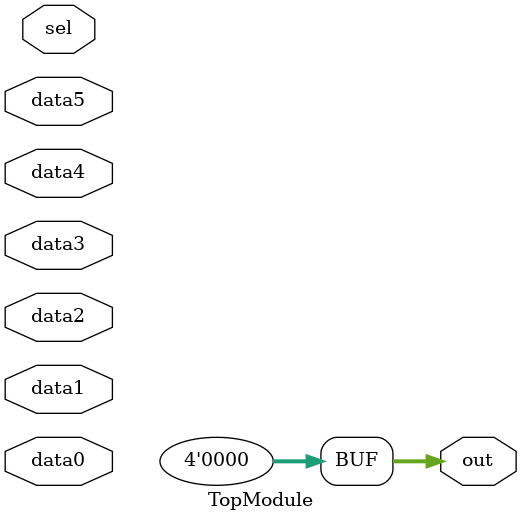
<source format=v>
module TopModule (
  input [2:0] sel,
  input [3:0] data0,
  input [3:0] data1,
  input [3:0] data2,
  input [3:0] data3,
  input [3:0] data4,
  input [3:0] data5,
  output reg [3:0] out
);

  // Optional: Add comments to describe the module's purpose here.

  // Placeholder for logic.  Replace with actual implementation.
  always @(*) begin
    out = 0; // Default assignment.  Remove or modify as needed.
  end

endmodule
</source>
